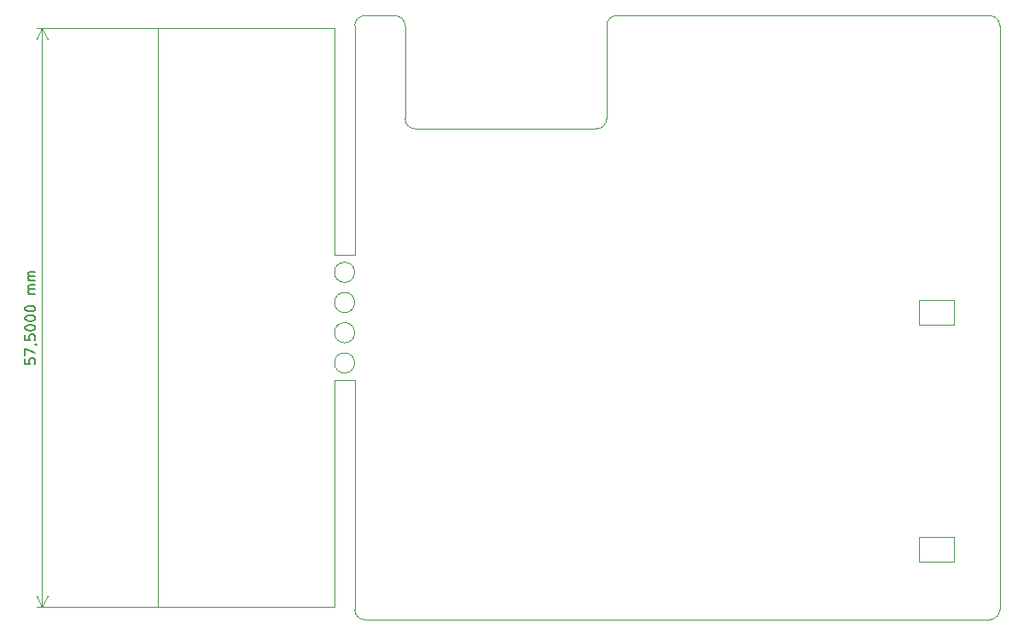
<source format=gbr>
%TF.GenerationSoftware,KiCad,Pcbnew,8.0.0*%
%TF.CreationDate,2024-07-15T16:42:44+02:00*%
%TF.ProjectId,Lucaudio_esp32_V1_revB,4c756361-7564-4696-9f5f-65737033325f,rev?*%
%TF.SameCoordinates,Original*%
%TF.FileFunction,Profile,NP*%
%FSLAX46Y46*%
G04 Gerber Fmt 4.6, Leading zero omitted, Abs format (unit mm)*
G04 Created by KiCad (PCBNEW 8.0.0) date 2024-07-15 16:42:44*
%MOMM*%
%LPD*%
G01*
G04 APERTURE LIST*
%TA.AperFunction,Profile*%
%ADD10C,0.050000*%
%TD*%
%ADD11C,0.150000*%
G04 APERTURE END LIST*
D10*
X83000000Y-67250000D02*
X83000000Y-124750000D01*
X103500000Y-66000000D02*
X106500000Y-66000000D01*
X102500000Y-91500000D02*
G75*
G02*
X100500000Y-91500000I-1000000J0D01*
G01*
X100500000Y-91500000D02*
G75*
G02*
X102500000Y-91500000I1000000J0D01*
G01*
X83000000Y-124750000D02*
X100500000Y-124750000D01*
X103500000Y-126000000D02*
G75*
G02*
X102500000Y-125000000I0J1000000D01*
G01*
X102500000Y-89750000D02*
X102500000Y-67000000D01*
X102500000Y-102250000D02*
X102500000Y-125000000D01*
X100500000Y-67250000D02*
X83000000Y-67250000D01*
X128500000Y-66000000D02*
X165500000Y-66000000D01*
X102500000Y-67000000D02*
G75*
G02*
X103500000Y-66000000I1000000J0D01*
G01*
X108500000Y-77239693D02*
X126500000Y-77239693D01*
X102500000Y-100500000D02*
G75*
G02*
X100500000Y-100500000I-1000000J0D01*
G01*
X100500000Y-100500000D02*
G75*
G02*
X102500000Y-100500000I1000000J0D01*
G01*
X106500000Y-66000000D02*
G75*
G02*
X107500000Y-67000000I0J-1000000D01*
G01*
X100500000Y-102250000D02*
X102500000Y-102250000D01*
X107500000Y-67000000D02*
X107500000Y-76239694D01*
X100500000Y-89750000D02*
X100500000Y-67250000D01*
X165500000Y-126000000D02*
X103500000Y-126000000D01*
X108500000Y-77239694D02*
G75*
G02*
X107500006Y-76239694I0J999994D01*
G01*
X127500000Y-67000000D02*
G75*
G02*
X128500000Y-66000000I1000000J0D01*
G01*
X127500000Y-76239693D02*
X127500000Y-67000000D01*
X127500000Y-76239693D02*
G75*
G02*
X126500000Y-77239700I-1000000J-7D01*
G01*
X102500000Y-94500000D02*
G75*
G02*
X100500000Y-94500000I-1000000J0D01*
G01*
X100500000Y-94500000D02*
G75*
G02*
X102500000Y-94500000I1000000J0D01*
G01*
X102500000Y-97500000D02*
G75*
G02*
X100500000Y-97500000I-1000000J0D01*
G01*
X100500000Y-97500000D02*
G75*
G02*
X102500000Y-97500000I1000000J0D01*
G01*
X165500000Y-66000000D02*
G75*
G02*
X166500000Y-67000000I0J-1000000D01*
G01*
X102500000Y-89750000D02*
X100500000Y-89750000D01*
X100500000Y-124750000D02*
X100500000Y-102250000D01*
X166500000Y-125000000D02*
G75*
G02*
X165500000Y-126000000I-1000000J0D01*
G01*
X166500000Y-67000000D02*
X166500000Y-125000000D01*
D11*
X69804819Y-100095237D02*
X69804819Y-100571427D01*
X69804819Y-100571427D02*
X70281009Y-100619046D01*
X70281009Y-100619046D02*
X70233390Y-100571427D01*
X70233390Y-100571427D02*
X70185771Y-100476189D01*
X70185771Y-100476189D02*
X70185771Y-100238094D01*
X70185771Y-100238094D02*
X70233390Y-100142856D01*
X70233390Y-100142856D02*
X70281009Y-100095237D01*
X70281009Y-100095237D02*
X70376247Y-100047618D01*
X70376247Y-100047618D02*
X70614342Y-100047618D01*
X70614342Y-100047618D02*
X70709580Y-100095237D01*
X70709580Y-100095237D02*
X70757200Y-100142856D01*
X70757200Y-100142856D02*
X70804819Y-100238094D01*
X70804819Y-100238094D02*
X70804819Y-100476189D01*
X70804819Y-100476189D02*
X70757200Y-100571427D01*
X70757200Y-100571427D02*
X70709580Y-100619046D01*
X69804819Y-99714284D02*
X69804819Y-99047618D01*
X69804819Y-99047618D02*
X70804819Y-99476189D01*
X70757200Y-98619046D02*
X70804819Y-98619046D01*
X70804819Y-98619046D02*
X70900057Y-98666665D01*
X70900057Y-98666665D02*
X70947676Y-98714284D01*
X69804819Y-97714285D02*
X69804819Y-98190475D01*
X69804819Y-98190475D02*
X70281009Y-98238094D01*
X70281009Y-98238094D02*
X70233390Y-98190475D01*
X70233390Y-98190475D02*
X70185771Y-98095237D01*
X70185771Y-98095237D02*
X70185771Y-97857142D01*
X70185771Y-97857142D02*
X70233390Y-97761904D01*
X70233390Y-97761904D02*
X70281009Y-97714285D01*
X70281009Y-97714285D02*
X70376247Y-97666666D01*
X70376247Y-97666666D02*
X70614342Y-97666666D01*
X70614342Y-97666666D02*
X70709580Y-97714285D01*
X70709580Y-97714285D02*
X70757200Y-97761904D01*
X70757200Y-97761904D02*
X70804819Y-97857142D01*
X70804819Y-97857142D02*
X70804819Y-98095237D01*
X70804819Y-98095237D02*
X70757200Y-98190475D01*
X70757200Y-98190475D02*
X70709580Y-98238094D01*
X69804819Y-97047618D02*
X69804819Y-96952380D01*
X69804819Y-96952380D02*
X69852438Y-96857142D01*
X69852438Y-96857142D02*
X69900057Y-96809523D01*
X69900057Y-96809523D02*
X69995295Y-96761904D01*
X69995295Y-96761904D02*
X70185771Y-96714285D01*
X70185771Y-96714285D02*
X70423866Y-96714285D01*
X70423866Y-96714285D02*
X70614342Y-96761904D01*
X70614342Y-96761904D02*
X70709580Y-96809523D01*
X70709580Y-96809523D02*
X70757200Y-96857142D01*
X70757200Y-96857142D02*
X70804819Y-96952380D01*
X70804819Y-96952380D02*
X70804819Y-97047618D01*
X70804819Y-97047618D02*
X70757200Y-97142856D01*
X70757200Y-97142856D02*
X70709580Y-97190475D01*
X70709580Y-97190475D02*
X70614342Y-97238094D01*
X70614342Y-97238094D02*
X70423866Y-97285713D01*
X70423866Y-97285713D02*
X70185771Y-97285713D01*
X70185771Y-97285713D02*
X69995295Y-97238094D01*
X69995295Y-97238094D02*
X69900057Y-97190475D01*
X69900057Y-97190475D02*
X69852438Y-97142856D01*
X69852438Y-97142856D02*
X69804819Y-97047618D01*
X69804819Y-96095237D02*
X69804819Y-95999999D01*
X69804819Y-95999999D02*
X69852438Y-95904761D01*
X69852438Y-95904761D02*
X69900057Y-95857142D01*
X69900057Y-95857142D02*
X69995295Y-95809523D01*
X69995295Y-95809523D02*
X70185771Y-95761904D01*
X70185771Y-95761904D02*
X70423866Y-95761904D01*
X70423866Y-95761904D02*
X70614342Y-95809523D01*
X70614342Y-95809523D02*
X70709580Y-95857142D01*
X70709580Y-95857142D02*
X70757200Y-95904761D01*
X70757200Y-95904761D02*
X70804819Y-95999999D01*
X70804819Y-95999999D02*
X70804819Y-96095237D01*
X70804819Y-96095237D02*
X70757200Y-96190475D01*
X70757200Y-96190475D02*
X70709580Y-96238094D01*
X70709580Y-96238094D02*
X70614342Y-96285713D01*
X70614342Y-96285713D02*
X70423866Y-96333332D01*
X70423866Y-96333332D02*
X70185771Y-96333332D01*
X70185771Y-96333332D02*
X69995295Y-96285713D01*
X69995295Y-96285713D02*
X69900057Y-96238094D01*
X69900057Y-96238094D02*
X69852438Y-96190475D01*
X69852438Y-96190475D02*
X69804819Y-96095237D01*
X69804819Y-95142856D02*
X69804819Y-95047618D01*
X69804819Y-95047618D02*
X69852438Y-94952380D01*
X69852438Y-94952380D02*
X69900057Y-94904761D01*
X69900057Y-94904761D02*
X69995295Y-94857142D01*
X69995295Y-94857142D02*
X70185771Y-94809523D01*
X70185771Y-94809523D02*
X70423866Y-94809523D01*
X70423866Y-94809523D02*
X70614342Y-94857142D01*
X70614342Y-94857142D02*
X70709580Y-94904761D01*
X70709580Y-94904761D02*
X70757200Y-94952380D01*
X70757200Y-94952380D02*
X70804819Y-95047618D01*
X70804819Y-95047618D02*
X70804819Y-95142856D01*
X70804819Y-95142856D02*
X70757200Y-95238094D01*
X70757200Y-95238094D02*
X70709580Y-95285713D01*
X70709580Y-95285713D02*
X70614342Y-95333332D01*
X70614342Y-95333332D02*
X70423866Y-95380951D01*
X70423866Y-95380951D02*
X70185771Y-95380951D01*
X70185771Y-95380951D02*
X69995295Y-95333332D01*
X69995295Y-95333332D02*
X69900057Y-95285713D01*
X69900057Y-95285713D02*
X69852438Y-95238094D01*
X69852438Y-95238094D02*
X69804819Y-95142856D01*
X70804819Y-93619046D02*
X70138152Y-93619046D01*
X70233390Y-93619046D02*
X70185771Y-93571427D01*
X70185771Y-93571427D02*
X70138152Y-93476189D01*
X70138152Y-93476189D02*
X70138152Y-93333332D01*
X70138152Y-93333332D02*
X70185771Y-93238094D01*
X70185771Y-93238094D02*
X70281009Y-93190475D01*
X70281009Y-93190475D02*
X70804819Y-93190475D01*
X70281009Y-93190475D02*
X70185771Y-93142856D01*
X70185771Y-93142856D02*
X70138152Y-93047618D01*
X70138152Y-93047618D02*
X70138152Y-92904761D01*
X70138152Y-92904761D02*
X70185771Y-92809522D01*
X70185771Y-92809522D02*
X70281009Y-92761903D01*
X70281009Y-92761903D02*
X70804819Y-92761903D01*
X70804819Y-92285713D02*
X70138152Y-92285713D01*
X70233390Y-92285713D02*
X70185771Y-92238094D01*
X70185771Y-92238094D02*
X70138152Y-92142856D01*
X70138152Y-92142856D02*
X70138152Y-91999999D01*
X70138152Y-91999999D02*
X70185771Y-91904761D01*
X70185771Y-91904761D02*
X70281009Y-91857142D01*
X70281009Y-91857142D02*
X70804819Y-91857142D01*
X70281009Y-91857142D02*
X70185771Y-91809523D01*
X70185771Y-91809523D02*
X70138152Y-91714285D01*
X70138152Y-91714285D02*
X70138152Y-91571428D01*
X70138152Y-91571428D02*
X70185771Y-91476189D01*
X70185771Y-91476189D02*
X70281009Y-91428570D01*
X70281009Y-91428570D02*
X70804819Y-91428570D01*
D10*
X100000000Y-124750000D02*
X70913580Y-124750000D01*
X70913580Y-67250000D02*
X100000000Y-67250000D01*
X71500000Y-124750000D02*
X71500000Y-67250000D01*
X71500000Y-124750000D02*
X71500000Y-67250000D01*
X71500000Y-124750000D02*
X70913579Y-123623496D01*
X71500000Y-124750000D02*
X72086421Y-123623496D01*
X71500000Y-67250000D02*
X72086421Y-68376504D01*
X71500000Y-67250000D02*
X70913579Y-68376504D01*
%TO.C,J2*%
X158500000Y-96750000D02*
X162000000Y-96750000D01*
X162000000Y-94250000D01*
X158500000Y-94250000D01*
X158500000Y-96750000D01*
X158500000Y-120250000D02*
X162000000Y-120250000D01*
X162000000Y-117750000D01*
X158500000Y-117750000D01*
X158500000Y-120250000D01*
%TD*%
M02*

</source>
